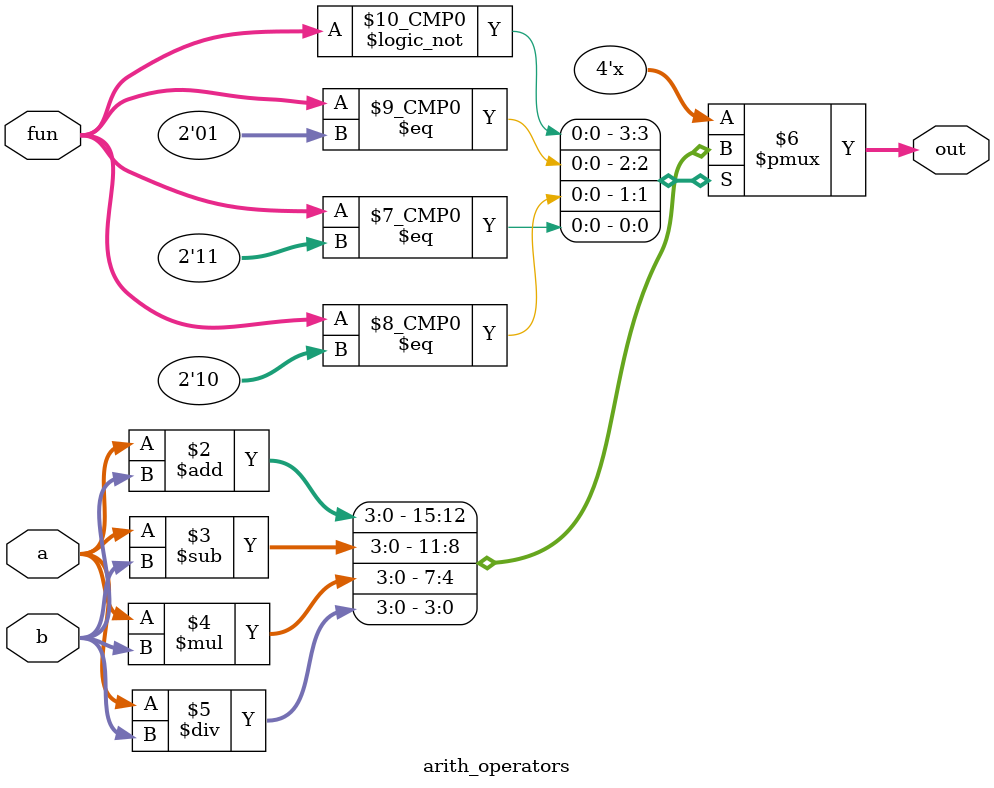
<source format=sv>
`timescale 1ns / 1ps


module arith_operators(
    input logic [3:0] a,
    input logic [3:0] b,
    input logic [1:0] fun,
    output logic [3:0] out        
    );
    
    always_comb
    begin
    case(fun)
    2'b00 : out = a+b;
    2'b01 : out = a-b;
    2'b10 : out = a*b;
    2'b11 : out = a/b;    
    endcase
    end
    
endmodule

</source>
